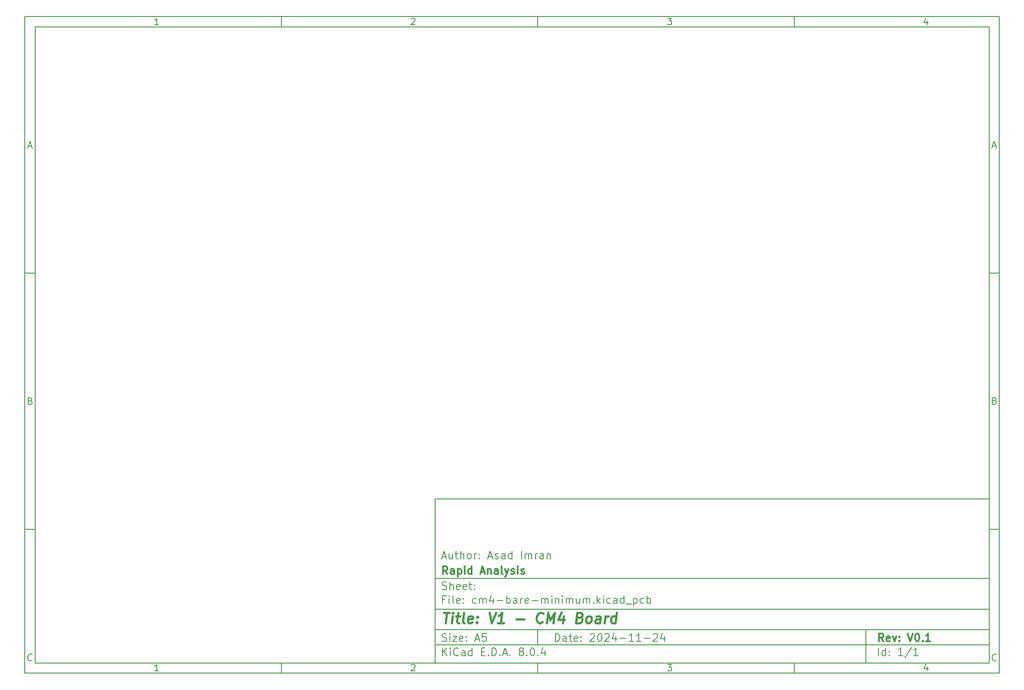
<source format=gbr>
%TF.GenerationSoftware,KiCad,Pcbnew,8.0.4*%
%TF.CreationDate,2024-11-24T10:16:15+11:00*%
%TF.ProjectId,cm4-bare-minimum,636d342d-6261-4726-952d-6d696e696d75,V0.1*%
%TF.SameCoordinates,Original*%
%TF.FileFunction,Legend,Bot*%
%TF.FilePolarity,Positive*%
%FSLAX46Y46*%
G04 Gerber Fmt 4.6, Leading zero omitted, Abs format (unit mm)*
G04 Created by KiCad (PCBNEW 8.0.4) date 2024-11-24 10:16:15*
%MOMM*%
%LPD*%
G01*
G04 APERTURE LIST*
%ADD10C,0.100000*%
%ADD11C,0.150000*%
%ADD12C,0.300000*%
%ADD13C,0.400000*%
G04 APERTURE END LIST*
D10*
D11*
X90007200Y-104005800D02*
X198007200Y-104005800D01*
X198007200Y-136005800D01*
X90007200Y-136005800D01*
X90007200Y-104005800D01*
D10*
D11*
X10000000Y-10000000D02*
X200007200Y-10000000D01*
X200007200Y-138005800D01*
X10000000Y-138005800D01*
X10000000Y-10000000D01*
D10*
D11*
X12000000Y-12000000D02*
X198007200Y-12000000D01*
X198007200Y-136005800D01*
X12000000Y-136005800D01*
X12000000Y-12000000D01*
D10*
D11*
X60000000Y-12000000D02*
X60000000Y-10000000D01*
D10*
D11*
X110000000Y-12000000D02*
X110000000Y-10000000D01*
D10*
D11*
X160000000Y-12000000D02*
X160000000Y-10000000D01*
D10*
D11*
X36089160Y-11593604D02*
X35346303Y-11593604D01*
X35717731Y-11593604D02*
X35717731Y-10293604D01*
X35717731Y-10293604D02*
X35593922Y-10479319D01*
X35593922Y-10479319D02*
X35470112Y-10603128D01*
X35470112Y-10603128D02*
X35346303Y-10665033D01*
D10*
D11*
X85346303Y-10417414D02*
X85408207Y-10355509D01*
X85408207Y-10355509D02*
X85532017Y-10293604D01*
X85532017Y-10293604D02*
X85841541Y-10293604D01*
X85841541Y-10293604D02*
X85965350Y-10355509D01*
X85965350Y-10355509D02*
X86027255Y-10417414D01*
X86027255Y-10417414D02*
X86089160Y-10541223D01*
X86089160Y-10541223D02*
X86089160Y-10665033D01*
X86089160Y-10665033D02*
X86027255Y-10850747D01*
X86027255Y-10850747D02*
X85284398Y-11593604D01*
X85284398Y-11593604D02*
X86089160Y-11593604D01*
D10*
D11*
X135284398Y-10293604D02*
X136089160Y-10293604D01*
X136089160Y-10293604D02*
X135655826Y-10788842D01*
X135655826Y-10788842D02*
X135841541Y-10788842D01*
X135841541Y-10788842D02*
X135965350Y-10850747D01*
X135965350Y-10850747D02*
X136027255Y-10912652D01*
X136027255Y-10912652D02*
X136089160Y-11036461D01*
X136089160Y-11036461D02*
X136089160Y-11345985D01*
X136089160Y-11345985D02*
X136027255Y-11469795D01*
X136027255Y-11469795D02*
X135965350Y-11531700D01*
X135965350Y-11531700D02*
X135841541Y-11593604D01*
X135841541Y-11593604D02*
X135470112Y-11593604D01*
X135470112Y-11593604D02*
X135346303Y-11531700D01*
X135346303Y-11531700D02*
X135284398Y-11469795D01*
D10*
D11*
X185965350Y-10726938D02*
X185965350Y-11593604D01*
X185655826Y-10231700D02*
X185346303Y-11160271D01*
X185346303Y-11160271D02*
X186151064Y-11160271D01*
D10*
D11*
X60000000Y-136005800D02*
X60000000Y-138005800D01*
D10*
D11*
X110000000Y-136005800D02*
X110000000Y-138005800D01*
D10*
D11*
X160000000Y-136005800D02*
X160000000Y-138005800D01*
D10*
D11*
X36089160Y-137599404D02*
X35346303Y-137599404D01*
X35717731Y-137599404D02*
X35717731Y-136299404D01*
X35717731Y-136299404D02*
X35593922Y-136485119D01*
X35593922Y-136485119D02*
X35470112Y-136608928D01*
X35470112Y-136608928D02*
X35346303Y-136670833D01*
D10*
D11*
X85346303Y-136423214D02*
X85408207Y-136361309D01*
X85408207Y-136361309D02*
X85532017Y-136299404D01*
X85532017Y-136299404D02*
X85841541Y-136299404D01*
X85841541Y-136299404D02*
X85965350Y-136361309D01*
X85965350Y-136361309D02*
X86027255Y-136423214D01*
X86027255Y-136423214D02*
X86089160Y-136547023D01*
X86089160Y-136547023D02*
X86089160Y-136670833D01*
X86089160Y-136670833D02*
X86027255Y-136856547D01*
X86027255Y-136856547D02*
X85284398Y-137599404D01*
X85284398Y-137599404D02*
X86089160Y-137599404D01*
D10*
D11*
X135284398Y-136299404D02*
X136089160Y-136299404D01*
X136089160Y-136299404D02*
X135655826Y-136794642D01*
X135655826Y-136794642D02*
X135841541Y-136794642D01*
X135841541Y-136794642D02*
X135965350Y-136856547D01*
X135965350Y-136856547D02*
X136027255Y-136918452D01*
X136027255Y-136918452D02*
X136089160Y-137042261D01*
X136089160Y-137042261D02*
X136089160Y-137351785D01*
X136089160Y-137351785D02*
X136027255Y-137475595D01*
X136027255Y-137475595D02*
X135965350Y-137537500D01*
X135965350Y-137537500D02*
X135841541Y-137599404D01*
X135841541Y-137599404D02*
X135470112Y-137599404D01*
X135470112Y-137599404D02*
X135346303Y-137537500D01*
X135346303Y-137537500D02*
X135284398Y-137475595D01*
D10*
D11*
X185965350Y-136732738D02*
X185965350Y-137599404D01*
X185655826Y-136237500D02*
X185346303Y-137166071D01*
X185346303Y-137166071D02*
X186151064Y-137166071D01*
D10*
D11*
X10000000Y-60000000D02*
X12000000Y-60000000D01*
D10*
D11*
X10000000Y-110000000D02*
X12000000Y-110000000D01*
D10*
D11*
X10690476Y-35222176D02*
X11309523Y-35222176D01*
X10566666Y-35593604D02*
X10999999Y-34293604D01*
X10999999Y-34293604D02*
X11433333Y-35593604D01*
D10*
D11*
X11092857Y-84912652D02*
X11278571Y-84974557D01*
X11278571Y-84974557D02*
X11340476Y-85036461D01*
X11340476Y-85036461D02*
X11402380Y-85160271D01*
X11402380Y-85160271D02*
X11402380Y-85345985D01*
X11402380Y-85345985D02*
X11340476Y-85469795D01*
X11340476Y-85469795D02*
X11278571Y-85531700D01*
X11278571Y-85531700D02*
X11154761Y-85593604D01*
X11154761Y-85593604D02*
X10659523Y-85593604D01*
X10659523Y-85593604D02*
X10659523Y-84293604D01*
X10659523Y-84293604D02*
X11092857Y-84293604D01*
X11092857Y-84293604D02*
X11216666Y-84355509D01*
X11216666Y-84355509D02*
X11278571Y-84417414D01*
X11278571Y-84417414D02*
X11340476Y-84541223D01*
X11340476Y-84541223D02*
X11340476Y-84665033D01*
X11340476Y-84665033D02*
X11278571Y-84788842D01*
X11278571Y-84788842D02*
X11216666Y-84850747D01*
X11216666Y-84850747D02*
X11092857Y-84912652D01*
X11092857Y-84912652D02*
X10659523Y-84912652D01*
D10*
D11*
X11402380Y-135469795D02*
X11340476Y-135531700D01*
X11340476Y-135531700D02*
X11154761Y-135593604D01*
X11154761Y-135593604D02*
X11030952Y-135593604D01*
X11030952Y-135593604D02*
X10845238Y-135531700D01*
X10845238Y-135531700D02*
X10721428Y-135407890D01*
X10721428Y-135407890D02*
X10659523Y-135284080D01*
X10659523Y-135284080D02*
X10597619Y-135036461D01*
X10597619Y-135036461D02*
X10597619Y-134850747D01*
X10597619Y-134850747D02*
X10659523Y-134603128D01*
X10659523Y-134603128D02*
X10721428Y-134479319D01*
X10721428Y-134479319D02*
X10845238Y-134355509D01*
X10845238Y-134355509D02*
X11030952Y-134293604D01*
X11030952Y-134293604D02*
X11154761Y-134293604D01*
X11154761Y-134293604D02*
X11340476Y-134355509D01*
X11340476Y-134355509D02*
X11402380Y-134417414D01*
D10*
D11*
X200007200Y-60000000D02*
X198007200Y-60000000D01*
D10*
D11*
X200007200Y-110000000D02*
X198007200Y-110000000D01*
D10*
D11*
X198697676Y-35222176D02*
X199316723Y-35222176D01*
X198573866Y-35593604D02*
X199007199Y-34293604D01*
X199007199Y-34293604D02*
X199440533Y-35593604D01*
D10*
D11*
X199100057Y-84912652D02*
X199285771Y-84974557D01*
X199285771Y-84974557D02*
X199347676Y-85036461D01*
X199347676Y-85036461D02*
X199409580Y-85160271D01*
X199409580Y-85160271D02*
X199409580Y-85345985D01*
X199409580Y-85345985D02*
X199347676Y-85469795D01*
X199347676Y-85469795D02*
X199285771Y-85531700D01*
X199285771Y-85531700D02*
X199161961Y-85593604D01*
X199161961Y-85593604D02*
X198666723Y-85593604D01*
X198666723Y-85593604D02*
X198666723Y-84293604D01*
X198666723Y-84293604D02*
X199100057Y-84293604D01*
X199100057Y-84293604D02*
X199223866Y-84355509D01*
X199223866Y-84355509D02*
X199285771Y-84417414D01*
X199285771Y-84417414D02*
X199347676Y-84541223D01*
X199347676Y-84541223D02*
X199347676Y-84665033D01*
X199347676Y-84665033D02*
X199285771Y-84788842D01*
X199285771Y-84788842D02*
X199223866Y-84850747D01*
X199223866Y-84850747D02*
X199100057Y-84912652D01*
X199100057Y-84912652D02*
X198666723Y-84912652D01*
D10*
D11*
X199409580Y-135469795D02*
X199347676Y-135531700D01*
X199347676Y-135531700D02*
X199161961Y-135593604D01*
X199161961Y-135593604D02*
X199038152Y-135593604D01*
X199038152Y-135593604D02*
X198852438Y-135531700D01*
X198852438Y-135531700D02*
X198728628Y-135407890D01*
X198728628Y-135407890D02*
X198666723Y-135284080D01*
X198666723Y-135284080D02*
X198604819Y-135036461D01*
X198604819Y-135036461D02*
X198604819Y-134850747D01*
X198604819Y-134850747D02*
X198666723Y-134603128D01*
X198666723Y-134603128D02*
X198728628Y-134479319D01*
X198728628Y-134479319D02*
X198852438Y-134355509D01*
X198852438Y-134355509D02*
X199038152Y-134293604D01*
X199038152Y-134293604D02*
X199161961Y-134293604D01*
X199161961Y-134293604D02*
X199347676Y-134355509D01*
X199347676Y-134355509D02*
X199409580Y-134417414D01*
D10*
D11*
X113463026Y-131791928D02*
X113463026Y-130291928D01*
X113463026Y-130291928D02*
X113820169Y-130291928D01*
X113820169Y-130291928D02*
X114034455Y-130363357D01*
X114034455Y-130363357D02*
X114177312Y-130506214D01*
X114177312Y-130506214D02*
X114248741Y-130649071D01*
X114248741Y-130649071D02*
X114320169Y-130934785D01*
X114320169Y-130934785D02*
X114320169Y-131149071D01*
X114320169Y-131149071D02*
X114248741Y-131434785D01*
X114248741Y-131434785D02*
X114177312Y-131577642D01*
X114177312Y-131577642D02*
X114034455Y-131720500D01*
X114034455Y-131720500D02*
X113820169Y-131791928D01*
X113820169Y-131791928D02*
X113463026Y-131791928D01*
X115605884Y-131791928D02*
X115605884Y-131006214D01*
X115605884Y-131006214D02*
X115534455Y-130863357D01*
X115534455Y-130863357D02*
X115391598Y-130791928D01*
X115391598Y-130791928D02*
X115105884Y-130791928D01*
X115105884Y-130791928D02*
X114963026Y-130863357D01*
X115605884Y-131720500D02*
X115463026Y-131791928D01*
X115463026Y-131791928D02*
X115105884Y-131791928D01*
X115105884Y-131791928D02*
X114963026Y-131720500D01*
X114963026Y-131720500D02*
X114891598Y-131577642D01*
X114891598Y-131577642D02*
X114891598Y-131434785D01*
X114891598Y-131434785D02*
X114963026Y-131291928D01*
X114963026Y-131291928D02*
X115105884Y-131220500D01*
X115105884Y-131220500D02*
X115463026Y-131220500D01*
X115463026Y-131220500D02*
X115605884Y-131149071D01*
X116105884Y-130791928D02*
X116677312Y-130791928D01*
X116320169Y-130291928D02*
X116320169Y-131577642D01*
X116320169Y-131577642D02*
X116391598Y-131720500D01*
X116391598Y-131720500D02*
X116534455Y-131791928D01*
X116534455Y-131791928D02*
X116677312Y-131791928D01*
X117748741Y-131720500D02*
X117605884Y-131791928D01*
X117605884Y-131791928D02*
X117320170Y-131791928D01*
X117320170Y-131791928D02*
X117177312Y-131720500D01*
X117177312Y-131720500D02*
X117105884Y-131577642D01*
X117105884Y-131577642D02*
X117105884Y-131006214D01*
X117105884Y-131006214D02*
X117177312Y-130863357D01*
X117177312Y-130863357D02*
X117320170Y-130791928D01*
X117320170Y-130791928D02*
X117605884Y-130791928D01*
X117605884Y-130791928D02*
X117748741Y-130863357D01*
X117748741Y-130863357D02*
X117820170Y-131006214D01*
X117820170Y-131006214D02*
X117820170Y-131149071D01*
X117820170Y-131149071D02*
X117105884Y-131291928D01*
X118463026Y-131649071D02*
X118534455Y-131720500D01*
X118534455Y-131720500D02*
X118463026Y-131791928D01*
X118463026Y-131791928D02*
X118391598Y-131720500D01*
X118391598Y-131720500D02*
X118463026Y-131649071D01*
X118463026Y-131649071D02*
X118463026Y-131791928D01*
X118463026Y-130863357D02*
X118534455Y-130934785D01*
X118534455Y-130934785D02*
X118463026Y-131006214D01*
X118463026Y-131006214D02*
X118391598Y-130934785D01*
X118391598Y-130934785D02*
X118463026Y-130863357D01*
X118463026Y-130863357D02*
X118463026Y-131006214D01*
X120248741Y-130434785D02*
X120320169Y-130363357D01*
X120320169Y-130363357D02*
X120463027Y-130291928D01*
X120463027Y-130291928D02*
X120820169Y-130291928D01*
X120820169Y-130291928D02*
X120963027Y-130363357D01*
X120963027Y-130363357D02*
X121034455Y-130434785D01*
X121034455Y-130434785D02*
X121105884Y-130577642D01*
X121105884Y-130577642D02*
X121105884Y-130720500D01*
X121105884Y-130720500D02*
X121034455Y-130934785D01*
X121034455Y-130934785D02*
X120177312Y-131791928D01*
X120177312Y-131791928D02*
X121105884Y-131791928D01*
X122034455Y-130291928D02*
X122177312Y-130291928D01*
X122177312Y-130291928D02*
X122320169Y-130363357D01*
X122320169Y-130363357D02*
X122391598Y-130434785D01*
X122391598Y-130434785D02*
X122463026Y-130577642D01*
X122463026Y-130577642D02*
X122534455Y-130863357D01*
X122534455Y-130863357D02*
X122534455Y-131220500D01*
X122534455Y-131220500D02*
X122463026Y-131506214D01*
X122463026Y-131506214D02*
X122391598Y-131649071D01*
X122391598Y-131649071D02*
X122320169Y-131720500D01*
X122320169Y-131720500D02*
X122177312Y-131791928D01*
X122177312Y-131791928D02*
X122034455Y-131791928D01*
X122034455Y-131791928D02*
X121891598Y-131720500D01*
X121891598Y-131720500D02*
X121820169Y-131649071D01*
X121820169Y-131649071D02*
X121748740Y-131506214D01*
X121748740Y-131506214D02*
X121677312Y-131220500D01*
X121677312Y-131220500D02*
X121677312Y-130863357D01*
X121677312Y-130863357D02*
X121748740Y-130577642D01*
X121748740Y-130577642D02*
X121820169Y-130434785D01*
X121820169Y-130434785D02*
X121891598Y-130363357D01*
X121891598Y-130363357D02*
X122034455Y-130291928D01*
X123105883Y-130434785D02*
X123177311Y-130363357D01*
X123177311Y-130363357D02*
X123320169Y-130291928D01*
X123320169Y-130291928D02*
X123677311Y-130291928D01*
X123677311Y-130291928D02*
X123820169Y-130363357D01*
X123820169Y-130363357D02*
X123891597Y-130434785D01*
X123891597Y-130434785D02*
X123963026Y-130577642D01*
X123963026Y-130577642D02*
X123963026Y-130720500D01*
X123963026Y-130720500D02*
X123891597Y-130934785D01*
X123891597Y-130934785D02*
X123034454Y-131791928D01*
X123034454Y-131791928D02*
X123963026Y-131791928D01*
X125248740Y-130791928D02*
X125248740Y-131791928D01*
X124891597Y-130220500D02*
X124534454Y-131291928D01*
X124534454Y-131291928D02*
X125463025Y-131291928D01*
X126034453Y-131220500D02*
X127177311Y-131220500D01*
X128677311Y-131791928D02*
X127820168Y-131791928D01*
X128248739Y-131791928D02*
X128248739Y-130291928D01*
X128248739Y-130291928D02*
X128105882Y-130506214D01*
X128105882Y-130506214D02*
X127963025Y-130649071D01*
X127963025Y-130649071D02*
X127820168Y-130720500D01*
X130105882Y-131791928D02*
X129248739Y-131791928D01*
X129677310Y-131791928D02*
X129677310Y-130291928D01*
X129677310Y-130291928D02*
X129534453Y-130506214D01*
X129534453Y-130506214D02*
X129391596Y-130649071D01*
X129391596Y-130649071D02*
X129248739Y-130720500D01*
X130748738Y-131220500D02*
X131891596Y-131220500D01*
X132534453Y-130434785D02*
X132605881Y-130363357D01*
X132605881Y-130363357D02*
X132748739Y-130291928D01*
X132748739Y-130291928D02*
X133105881Y-130291928D01*
X133105881Y-130291928D02*
X133248739Y-130363357D01*
X133248739Y-130363357D02*
X133320167Y-130434785D01*
X133320167Y-130434785D02*
X133391596Y-130577642D01*
X133391596Y-130577642D02*
X133391596Y-130720500D01*
X133391596Y-130720500D02*
X133320167Y-130934785D01*
X133320167Y-130934785D02*
X132463024Y-131791928D01*
X132463024Y-131791928D02*
X133391596Y-131791928D01*
X134677310Y-130791928D02*
X134677310Y-131791928D01*
X134320167Y-130220500D02*
X133963024Y-131291928D01*
X133963024Y-131291928D02*
X134891595Y-131291928D01*
D10*
D11*
X90007200Y-132505800D02*
X198007200Y-132505800D01*
D10*
D11*
X91463026Y-134591928D02*
X91463026Y-133091928D01*
X92320169Y-134591928D02*
X91677312Y-133734785D01*
X92320169Y-133091928D02*
X91463026Y-133949071D01*
X92963026Y-134591928D02*
X92963026Y-133591928D01*
X92963026Y-133091928D02*
X92891598Y-133163357D01*
X92891598Y-133163357D02*
X92963026Y-133234785D01*
X92963026Y-133234785D02*
X93034455Y-133163357D01*
X93034455Y-133163357D02*
X92963026Y-133091928D01*
X92963026Y-133091928D02*
X92963026Y-133234785D01*
X94534455Y-134449071D02*
X94463027Y-134520500D01*
X94463027Y-134520500D02*
X94248741Y-134591928D01*
X94248741Y-134591928D02*
X94105884Y-134591928D01*
X94105884Y-134591928D02*
X93891598Y-134520500D01*
X93891598Y-134520500D02*
X93748741Y-134377642D01*
X93748741Y-134377642D02*
X93677312Y-134234785D01*
X93677312Y-134234785D02*
X93605884Y-133949071D01*
X93605884Y-133949071D02*
X93605884Y-133734785D01*
X93605884Y-133734785D02*
X93677312Y-133449071D01*
X93677312Y-133449071D02*
X93748741Y-133306214D01*
X93748741Y-133306214D02*
X93891598Y-133163357D01*
X93891598Y-133163357D02*
X94105884Y-133091928D01*
X94105884Y-133091928D02*
X94248741Y-133091928D01*
X94248741Y-133091928D02*
X94463027Y-133163357D01*
X94463027Y-133163357D02*
X94534455Y-133234785D01*
X95820170Y-134591928D02*
X95820170Y-133806214D01*
X95820170Y-133806214D02*
X95748741Y-133663357D01*
X95748741Y-133663357D02*
X95605884Y-133591928D01*
X95605884Y-133591928D02*
X95320170Y-133591928D01*
X95320170Y-133591928D02*
X95177312Y-133663357D01*
X95820170Y-134520500D02*
X95677312Y-134591928D01*
X95677312Y-134591928D02*
X95320170Y-134591928D01*
X95320170Y-134591928D02*
X95177312Y-134520500D01*
X95177312Y-134520500D02*
X95105884Y-134377642D01*
X95105884Y-134377642D02*
X95105884Y-134234785D01*
X95105884Y-134234785D02*
X95177312Y-134091928D01*
X95177312Y-134091928D02*
X95320170Y-134020500D01*
X95320170Y-134020500D02*
X95677312Y-134020500D01*
X95677312Y-134020500D02*
X95820170Y-133949071D01*
X97177313Y-134591928D02*
X97177313Y-133091928D01*
X97177313Y-134520500D02*
X97034455Y-134591928D01*
X97034455Y-134591928D02*
X96748741Y-134591928D01*
X96748741Y-134591928D02*
X96605884Y-134520500D01*
X96605884Y-134520500D02*
X96534455Y-134449071D01*
X96534455Y-134449071D02*
X96463027Y-134306214D01*
X96463027Y-134306214D02*
X96463027Y-133877642D01*
X96463027Y-133877642D02*
X96534455Y-133734785D01*
X96534455Y-133734785D02*
X96605884Y-133663357D01*
X96605884Y-133663357D02*
X96748741Y-133591928D01*
X96748741Y-133591928D02*
X97034455Y-133591928D01*
X97034455Y-133591928D02*
X97177313Y-133663357D01*
X99034455Y-133806214D02*
X99534455Y-133806214D01*
X99748741Y-134591928D02*
X99034455Y-134591928D01*
X99034455Y-134591928D02*
X99034455Y-133091928D01*
X99034455Y-133091928D02*
X99748741Y-133091928D01*
X100391598Y-134449071D02*
X100463027Y-134520500D01*
X100463027Y-134520500D02*
X100391598Y-134591928D01*
X100391598Y-134591928D02*
X100320170Y-134520500D01*
X100320170Y-134520500D02*
X100391598Y-134449071D01*
X100391598Y-134449071D02*
X100391598Y-134591928D01*
X101105884Y-134591928D02*
X101105884Y-133091928D01*
X101105884Y-133091928D02*
X101463027Y-133091928D01*
X101463027Y-133091928D02*
X101677313Y-133163357D01*
X101677313Y-133163357D02*
X101820170Y-133306214D01*
X101820170Y-133306214D02*
X101891599Y-133449071D01*
X101891599Y-133449071D02*
X101963027Y-133734785D01*
X101963027Y-133734785D02*
X101963027Y-133949071D01*
X101963027Y-133949071D02*
X101891599Y-134234785D01*
X101891599Y-134234785D02*
X101820170Y-134377642D01*
X101820170Y-134377642D02*
X101677313Y-134520500D01*
X101677313Y-134520500D02*
X101463027Y-134591928D01*
X101463027Y-134591928D02*
X101105884Y-134591928D01*
X102605884Y-134449071D02*
X102677313Y-134520500D01*
X102677313Y-134520500D02*
X102605884Y-134591928D01*
X102605884Y-134591928D02*
X102534456Y-134520500D01*
X102534456Y-134520500D02*
X102605884Y-134449071D01*
X102605884Y-134449071D02*
X102605884Y-134591928D01*
X103248742Y-134163357D02*
X103963028Y-134163357D01*
X103105885Y-134591928D02*
X103605885Y-133091928D01*
X103605885Y-133091928D02*
X104105885Y-134591928D01*
X104605884Y-134449071D02*
X104677313Y-134520500D01*
X104677313Y-134520500D02*
X104605884Y-134591928D01*
X104605884Y-134591928D02*
X104534456Y-134520500D01*
X104534456Y-134520500D02*
X104605884Y-134449071D01*
X104605884Y-134449071D02*
X104605884Y-134591928D01*
X106677313Y-133734785D02*
X106534456Y-133663357D01*
X106534456Y-133663357D02*
X106463027Y-133591928D01*
X106463027Y-133591928D02*
X106391599Y-133449071D01*
X106391599Y-133449071D02*
X106391599Y-133377642D01*
X106391599Y-133377642D02*
X106463027Y-133234785D01*
X106463027Y-133234785D02*
X106534456Y-133163357D01*
X106534456Y-133163357D02*
X106677313Y-133091928D01*
X106677313Y-133091928D02*
X106963027Y-133091928D01*
X106963027Y-133091928D02*
X107105885Y-133163357D01*
X107105885Y-133163357D02*
X107177313Y-133234785D01*
X107177313Y-133234785D02*
X107248742Y-133377642D01*
X107248742Y-133377642D02*
X107248742Y-133449071D01*
X107248742Y-133449071D02*
X107177313Y-133591928D01*
X107177313Y-133591928D02*
X107105885Y-133663357D01*
X107105885Y-133663357D02*
X106963027Y-133734785D01*
X106963027Y-133734785D02*
X106677313Y-133734785D01*
X106677313Y-133734785D02*
X106534456Y-133806214D01*
X106534456Y-133806214D02*
X106463027Y-133877642D01*
X106463027Y-133877642D02*
X106391599Y-134020500D01*
X106391599Y-134020500D02*
X106391599Y-134306214D01*
X106391599Y-134306214D02*
X106463027Y-134449071D01*
X106463027Y-134449071D02*
X106534456Y-134520500D01*
X106534456Y-134520500D02*
X106677313Y-134591928D01*
X106677313Y-134591928D02*
X106963027Y-134591928D01*
X106963027Y-134591928D02*
X107105885Y-134520500D01*
X107105885Y-134520500D02*
X107177313Y-134449071D01*
X107177313Y-134449071D02*
X107248742Y-134306214D01*
X107248742Y-134306214D02*
X107248742Y-134020500D01*
X107248742Y-134020500D02*
X107177313Y-133877642D01*
X107177313Y-133877642D02*
X107105885Y-133806214D01*
X107105885Y-133806214D02*
X106963027Y-133734785D01*
X107891598Y-134449071D02*
X107963027Y-134520500D01*
X107963027Y-134520500D02*
X107891598Y-134591928D01*
X107891598Y-134591928D02*
X107820170Y-134520500D01*
X107820170Y-134520500D02*
X107891598Y-134449071D01*
X107891598Y-134449071D02*
X107891598Y-134591928D01*
X108891599Y-133091928D02*
X109034456Y-133091928D01*
X109034456Y-133091928D02*
X109177313Y-133163357D01*
X109177313Y-133163357D02*
X109248742Y-133234785D01*
X109248742Y-133234785D02*
X109320170Y-133377642D01*
X109320170Y-133377642D02*
X109391599Y-133663357D01*
X109391599Y-133663357D02*
X109391599Y-134020500D01*
X109391599Y-134020500D02*
X109320170Y-134306214D01*
X109320170Y-134306214D02*
X109248742Y-134449071D01*
X109248742Y-134449071D02*
X109177313Y-134520500D01*
X109177313Y-134520500D02*
X109034456Y-134591928D01*
X109034456Y-134591928D02*
X108891599Y-134591928D01*
X108891599Y-134591928D02*
X108748742Y-134520500D01*
X108748742Y-134520500D02*
X108677313Y-134449071D01*
X108677313Y-134449071D02*
X108605884Y-134306214D01*
X108605884Y-134306214D02*
X108534456Y-134020500D01*
X108534456Y-134020500D02*
X108534456Y-133663357D01*
X108534456Y-133663357D02*
X108605884Y-133377642D01*
X108605884Y-133377642D02*
X108677313Y-133234785D01*
X108677313Y-133234785D02*
X108748742Y-133163357D01*
X108748742Y-133163357D02*
X108891599Y-133091928D01*
X110034455Y-134449071D02*
X110105884Y-134520500D01*
X110105884Y-134520500D02*
X110034455Y-134591928D01*
X110034455Y-134591928D02*
X109963027Y-134520500D01*
X109963027Y-134520500D02*
X110034455Y-134449071D01*
X110034455Y-134449071D02*
X110034455Y-134591928D01*
X111391599Y-133591928D02*
X111391599Y-134591928D01*
X111034456Y-133020500D02*
X110677313Y-134091928D01*
X110677313Y-134091928D02*
X111605884Y-134091928D01*
D10*
D11*
X90007200Y-129505800D02*
X198007200Y-129505800D01*
D10*
D12*
X177418853Y-131784128D02*
X176918853Y-131069842D01*
X176561710Y-131784128D02*
X176561710Y-130284128D01*
X176561710Y-130284128D02*
X177133139Y-130284128D01*
X177133139Y-130284128D02*
X177275996Y-130355557D01*
X177275996Y-130355557D02*
X177347425Y-130426985D01*
X177347425Y-130426985D02*
X177418853Y-130569842D01*
X177418853Y-130569842D02*
X177418853Y-130784128D01*
X177418853Y-130784128D02*
X177347425Y-130926985D01*
X177347425Y-130926985D02*
X177275996Y-130998414D01*
X177275996Y-130998414D02*
X177133139Y-131069842D01*
X177133139Y-131069842D02*
X176561710Y-131069842D01*
X178633139Y-131712700D02*
X178490282Y-131784128D01*
X178490282Y-131784128D02*
X178204568Y-131784128D01*
X178204568Y-131784128D02*
X178061710Y-131712700D01*
X178061710Y-131712700D02*
X177990282Y-131569842D01*
X177990282Y-131569842D02*
X177990282Y-130998414D01*
X177990282Y-130998414D02*
X178061710Y-130855557D01*
X178061710Y-130855557D02*
X178204568Y-130784128D01*
X178204568Y-130784128D02*
X178490282Y-130784128D01*
X178490282Y-130784128D02*
X178633139Y-130855557D01*
X178633139Y-130855557D02*
X178704568Y-130998414D01*
X178704568Y-130998414D02*
X178704568Y-131141271D01*
X178704568Y-131141271D02*
X177990282Y-131284128D01*
X179204567Y-130784128D02*
X179561710Y-131784128D01*
X179561710Y-131784128D02*
X179918853Y-130784128D01*
X180490281Y-131641271D02*
X180561710Y-131712700D01*
X180561710Y-131712700D02*
X180490281Y-131784128D01*
X180490281Y-131784128D02*
X180418853Y-131712700D01*
X180418853Y-131712700D02*
X180490281Y-131641271D01*
X180490281Y-131641271D02*
X180490281Y-131784128D01*
X180490281Y-130855557D02*
X180561710Y-130926985D01*
X180561710Y-130926985D02*
X180490281Y-130998414D01*
X180490281Y-130998414D02*
X180418853Y-130926985D01*
X180418853Y-130926985D02*
X180490281Y-130855557D01*
X180490281Y-130855557D02*
X180490281Y-130998414D01*
X182133139Y-130284128D02*
X182633139Y-131784128D01*
X182633139Y-131784128D02*
X183133139Y-130284128D01*
X183918853Y-130284128D02*
X184061710Y-130284128D01*
X184061710Y-130284128D02*
X184204567Y-130355557D01*
X184204567Y-130355557D02*
X184275996Y-130426985D01*
X184275996Y-130426985D02*
X184347424Y-130569842D01*
X184347424Y-130569842D02*
X184418853Y-130855557D01*
X184418853Y-130855557D02*
X184418853Y-131212700D01*
X184418853Y-131212700D02*
X184347424Y-131498414D01*
X184347424Y-131498414D02*
X184275996Y-131641271D01*
X184275996Y-131641271D02*
X184204567Y-131712700D01*
X184204567Y-131712700D02*
X184061710Y-131784128D01*
X184061710Y-131784128D02*
X183918853Y-131784128D01*
X183918853Y-131784128D02*
X183775996Y-131712700D01*
X183775996Y-131712700D02*
X183704567Y-131641271D01*
X183704567Y-131641271D02*
X183633138Y-131498414D01*
X183633138Y-131498414D02*
X183561710Y-131212700D01*
X183561710Y-131212700D02*
X183561710Y-130855557D01*
X183561710Y-130855557D02*
X183633138Y-130569842D01*
X183633138Y-130569842D02*
X183704567Y-130426985D01*
X183704567Y-130426985D02*
X183775996Y-130355557D01*
X183775996Y-130355557D02*
X183918853Y-130284128D01*
X185061709Y-131641271D02*
X185133138Y-131712700D01*
X185133138Y-131712700D02*
X185061709Y-131784128D01*
X185061709Y-131784128D02*
X184990281Y-131712700D01*
X184990281Y-131712700D02*
X185061709Y-131641271D01*
X185061709Y-131641271D02*
X185061709Y-131784128D01*
X186561710Y-131784128D02*
X185704567Y-131784128D01*
X186133138Y-131784128D02*
X186133138Y-130284128D01*
X186133138Y-130284128D02*
X185990281Y-130498414D01*
X185990281Y-130498414D02*
X185847424Y-130641271D01*
X185847424Y-130641271D02*
X185704567Y-130712700D01*
D10*
D11*
X91391598Y-131720500D02*
X91605884Y-131791928D01*
X91605884Y-131791928D02*
X91963026Y-131791928D01*
X91963026Y-131791928D02*
X92105884Y-131720500D01*
X92105884Y-131720500D02*
X92177312Y-131649071D01*
X92177312Y-131649071D02*
X92248741Y-131506214D01*
X92248741Y-131506214D02*
X92248741Y-131363357D01*
X92248741Y-131363357D02*
X92177312Y-131220500D01*
X92177312Y-131220500D02*
X92105884Y-131149071D01*
X92105884Y-131149071D02*
X91963026Y-131077642D01*
X91963026Y-131077642D02*
X91677312Y-131006214D01*
X91677312Y-131006214D02*
X91534455Y-130934785D01*
X91534455Y-130934785D02*
X91463026Y-130863357D01*
X91463026Y-130863357D02*
X91391598Y-130720500D01*
X91391598Y-130720500D02*
X91391598Y-130577642D01*
X91391598Y-130577642D02*
X91463026Y-130434785D01*
X91463026Y-130434785D02*
X91534455Y-130363357D01*
X91534455Y-130363357D02*
X91677312Y-130291928D01*
X91677312Y-130291928D02*
X92034455Y-130291928D01*
X92034455Y-130291928D02*
X92248741Y-130363357D01*
X92891597Y-131791928D02*
X92891597Y-130791928D01*
X92891597Y-130291928D02*
X92820169Y-130363357D01*
X92820169Y-130363357D02*
X92891597Y-130434785D01*
X92891597Y-130434785D02*
X92963026Y-130363357D01*
X92963026Y-130363357D02*
X92891597Y-130291928D01*
X92891597Y-130291928D02*
X92891597Y-130434785D01*
X93463026Y-130791928D02*
X94248741Y-130791928D01*
X94248741Y-130791928D02*
X93463026Y-131791928D01*
X93463026Y-131791928D02*
X94248741Y-131791928D01*
X95391598Y-131720500D02*
X95248741Y-131791928D01*
X95248741Y-131791928D02*
X94963027Y-131791928D01*
X94963027Y-131791928D02*
X94820169Y-131720500D01*
X94820169Y-131720500D02*
X94748741Y-131577642D01*
X94748741Y-131577642D02*
X94748741Y-131006214D01*
X94748741Y-131006214D02*
X94820169Y-130863357D01*
X94820169Y-130863357D02*
X94963027Y-130791928D01*
X94963027Y-130791928D02*
X95248741Y-130791928D01*
X95248741Y-130791928D02*
X95391598Y-130863357D01*
X95391598Y-130863357D02*
X95463027Y-131006214D01*
X95463027Y-131006214D02*
X95463027Y-131149071D01*
X95463027Y-131149071D02*
X94748741Y-131291928D01*
X96105883Y-131649071D02*
X96177312Y-131720500D01*
X96177312Y-131720500D02*
X96105883Y-131791928D01*
X96105883Y-131791928D02*
X96034455Y-131720500D01*
X96034455Y-131720500D02*
X96105883Y-131649071D01*
X96105883Y-131649071D02*
X96105883Y-131791928D01*
X96105883Y-130863357D02*
X96177312Y-130934785D01*
X96177312Y-130934785D02*
X96105883Y-131006214D01*
X96105883Y-131006214D02*
X96034455Y-130934785D01*
X96034455Y-130934785D02*
X96105883Y-130863357D01*
X96105883Y-130863357D02*
X96105883Y-131006214D01*
X97891598Y-131363357D02*
X98605884Y-131363357D01*
X97748741Y-131791928D02*
X98248741Y-130291928D01*
X98248741Y-130291928D02*
X98748741Y-131791928D01*
X99963026Y-130291928D02*
X99248740Y-130291928D01*
X99248740Y-130291928D02*
X99177312Y-131006214D01*
X99177312Y-131006214D02*
X99248740Y-130934785D01*
X99248740Y-130934785D02*
X99391598Y-130863357D01*
X99391598Y-130863357D02*
X99748740Y-130863357D01*
X99748740Y-130863357D02*
X99891598Y-130934785D01*
X99891598Y-130934785D02*
X99963026Y-131006214D01*
X99963026Y-131006214D02*
X100034455Y-131149071D01*
X100034455Y-131149071D02*
X100034455Y-131506214D01*
X100034455Y-131506214D02*
X99963026Y-131649071D01*
X99963026Y-131649071D02*
X99891598Y-131720500D01*
X99891598Y-131720500D02*
X99748740Y-131791928D01*
X99748740Y-131791928D02*
X99391598Y-131791928D01*
X99391598Y-131791928D02*
X99248740Y-131720500D01*
X99248740Y-131720500D02*
X99177312Y-131649071D01*
D10*
D11*
X176463026Y-134591928D02*
X176463026Y-133091928D01*
X177820170Y-134591928D02*
X177820170Y-133091928D01*
X177820170Y-134520500D02*
X177677312Y-134591928D01*
X177677312Y-134591928D02*
X177391598Y-134591928D01*
X177391598Y-134591928D02*
X177248741Y-134520500D01*
X177248741Y-134520500D02*
X177177312Y-134449071D01*
X177177312Y-134449071D02*
X177105884Y-134306214D01*
X177105884Y-134306214D02*
X177105884Y-133877642D01*
X177105884Y-133877642D02*
X177177312Y-133734785D01*
X177177312Y-133734785D02*
X177248741Y-133663357D01*
X177248741Y-133663357D02*
X177391598Y-133591928D01*
X177391598Y-133591928D02*
X177677312Y-133591928D01*
X177677312Y-133591928D02*
X177820170Y-133663357D01*
X178534455Y-134449071D02*
X178605884Y-134520500D01*
X178605884Y-134520500D02*
X178534455Y-134591928D01*
X178534455Y-134591928D02*
X178463027Y-134520500D01*
X178463027Y-134520500D02*
X178534455Y-134449071D01*
X178534455Y-134449071D02*
X178534455Y-134591928D01*
X178534455Y-133663357D02*
X178605884Y-133734785D01*
X178605884Y-133734785D02*
X178534455Y-133806214D01*
X178534455Y-133806214D02*
X178463027Y-133734785D01*
X178463027Y-133734785D02*
X178534455Y-133663357D01*
X178534455Y-133663357D02*
X178534455Y-133806214D01*
X181177313Y-134591928D02*
X180320170Y-134591928D01*
X180748741Y-134591928D02*
X180748741Y-133091928D01*
X180748741Y-133091928D02*
X180605884Y-133306214D01*
X180605884Y-133306214D02*
X180463027Y-133449071D01*
X180463027Y-133449071D02*
X180320170Y-133520500D01*
X182891598Y-133020500D02*
X181605884Y-134949071D01*
X184177313Y-134591928D02*
X183320170Y-134591928D01*
X183748741Y-134591928D02*
X183748741Y-133091928D01*
X183748741Y-133091928D02*
X183605884Y-133306214D01*
X183605884Y-133306214D02*
X183463027Y-133449071D01*
X183463027Y-133449071D02*
X183320170Y-133520500D01*
D10*
D11*
X90007200Y-125505800D02*
X198007200Y-125505800D01*
D10*
D13*
X91698928Y-126210238D02*
X92841785Y-126210238D01*
X92020357Y-128210238D02*
X92270357Y-126210238D01*
X93258452Y-128210238D02*
X93425119Y-126876904D01*
X93508452Y-126210238D02*
X93401309Y-126305476D01*
X93401309Y-126305476D02*
X93484643Y-126400714D01*
X93484643Y-126400714D02*
X93591786Y-126305476D01*
X93591786Y-126305476D02*
X93508452Y-126210238D01*
X93508452Y-126210238D02*
X93484643Y-126400714D01*
X94091786Y-126876904D02*
X94853690Y-126876904D01*
X94460833Y-126210238D02*
X94246548Y-127924523D01*
X94246548Y-127924523D02*
X94317976Y-128115000D01*
X94317976Y-128115000D02*
X94496548Y-128210238D01*
X94496548Y-128210238D02*
X94687024Y-128210238D01*
X95639405Y-128210238D02*
X95460833Y-128115000D01*
X95460833Y-128115000D02*
X95389405Y-127924523D01*
X95389405Y-127924523D02*
X95603690Y-126210238D01*
X97175119Y-128115000D02*
X96972738Y-128210238D01*
X96972738Y-128210238D02*
X96591785Y-128210238D01*
X96591785Y-128210238D02*
X96413214Y-128115000D01*
X96413214Y-128115000D02*
X96341785Y-127924523D01*
X96341785Y-127924523D02*
X96437024Y-127162619D01*
X96437024Y-127162619D02*
X96556071Y-126972142D01*
X96556071Y-126972142D02*
X96758452Y-126876904D01*
X96758452Y-126876904D02*
X97139404Y-126876904D01*
X97139404Y-126876904D02*
X97317976Y-126972142D01*
X97317976Y-126972142D02*
X97389404Y-127162619D01*
X97389404Y-127162619D02*
X97365595Y-127353095D01*
X97365595Y-127353095D02*
X96389404Y-127543571D01*
X98139405Y-128019761D02*
X98222738Y-128115000D01*
X98222738Y-128115000D02*
X98115595Y-128210238D01*
X98115595Y-128210238D02*
X98032262Y-128115000D01*
X98032262Y-128115000D02*
X98139405Y-128019761D01*
X98139405Y-128019761D02*
X98115595Y-128210238D01*
X98270357Y-126972142D02*
X98353690Y-127067380D01*
X98353690Y-127067380D02*
X98246548Y-127162619D01*
X98246548Y-127162619D02*
X98163214Y-127067380D01*
X98163214Y-127067380D02*
X98270357Y-126972142D01*
X98270357Y-126972142D02*
X98246548Y-127162619D01*
X100556072Y-126210238D02*
X100972739Y-128210238D01*
X100972739Y-128210238D02*
X101889405Y-126210238D01*
X103353691Y-128210238D02*
X102210834Y-128210238D01*
X102782263Y-128210238D02*
X103032263Y-126210238D01*
X103032263Y-126210238D02*
X102806072Y-126495952D01*
X102806072Y-126495952D02*
X102591787Y-126686428D01*
X102591787Y-126686428D02*
X102389406Y-126781666D01*
X105829882Y-127448333D02*
X107353692Y-127448333D01*
X110901311Y-128019761D02*
X110794168Y-128115000D01*
X110794168Y-128115000D02*
X110496549Y-128210238D01*
X110496549Y-128210238D02*
X110306073Y-128210238D01*
X110306073Y-128210238D02*
X110032263Y-128115000D01*
X110032263Y-128115000D02*
X109865597Y-127924523D01*
X109865597Y-127924523D02*
X109794168Y-127734047D01*
X109794168Y-127734047D02*
X109746549Y-127353095D01*
X109746549Y-127353095D02*
X109782263Y-127067380D01*
X109782263Y-127067380D02*
X109925120Y-126686428D01*
X109925120Y-126686428D02*
X110044168Y-126495952D01*
X110044168Y-126495952D02*
X110258454Y-126305476D01*
X110258454Y-126305476D02*
X110556073Y-126210238D01*
X110556073Y-126210238D02*
X110746549Y-126210238D01*
X110746549Y-126210238D02*
X111020359Y-126305476D01*
X111020359Y-126305476D02*
X111103692Y-126400714D01*
X111734644Y-128210238D02*
X111984644Y-126210238D01*
X111984644Y-126210238D02*
X112472739Y-127638809D01*
X112472739Y-127638809D02*
X113317978Y-126210238D01*
X113317978Y-126210238D02*
X113067978Y-128210238D01*
X115044168Y-126876904D02*
X114877501Y-128210238D01*
X114663215Y-126115000D02*
X114008453Y-127543571D01*
X114008453Y-127543571D02*
X115246549Y-127543571D01*
X118246549Y-127162619D02*
X118520359Y-127257857D01*
X118520359Y-127257857D02*
X118603692Y-127353095D01*
X118603692Y-127353095D02*
X118675121Y-127543571D01*
X118675121Y-127543571D02*
X118639406Y-127829285D01*
X118639406Y-127829285D02*
X118520359Y-128019761D01*
X118520359Y-128019761D02*
X118413216Y-128115000D01*
X118413216Y-128115000D02*
X118210835Y-128210238D01*
X118210835Y-128210238D02*
X117448930Y-128210238D01*
X117448930Y-128210238D02*
X117698930Y-126210238D01*
X117698930Y-126210238D02*
X118365597Y-126210238D01*
X118365597Y-126210238D02*
X118544168Y-126305476D01*
X118544168Y-126305476D02*
X118627502Y-126400714D01*
X118627502Y-126400714D02*
X118698930Y-126591190D01*
X118698930Y-126591190D02*
X118675121Y-126781666D01*
X118675121Y-126781666D02*
X118556073Y-126972142D01*
X118556073Y-126972142D02*
X118448930Y-127067380D01*
X118448930Y-127067380D02*
X118246549Y-127162619D01*
X118246549Y-127162619D02*
X117579883Y-127162619D01*
X119734645Y-128210238D02*
X119556073Y-128115000D01*
X119556073Y-128115000D02*
X119472740Y-128019761D01*
X119472740Y-128019761D02*
X119401311Y-127829285D01*
X119401311Y-127829285D02*
X119472740Y-127257857D01*
X119472740Y-127257857D02*
X119591787Y-127067380D01*
X119591787Y-127067380D02*
X119698930Y-126972142D01*
X119698930Y-126972142D02*
X119901311Y-126876904D01*
X119901311Y-126876904D02*
X120187025Y-126876904D01*
X120187025Y-126876904D02*
X120365597Y-126972142D01*
X120365597Y-126972142D02*
X120448930Y-127067380D01*
X120448930Y-127067380D02*
X120520359Y-127257857D01*
X120520359Y-127257857D02*
X120448930Y-127829285D01*
X120448930Y-127829285D02*
X120329883Y-128019761D01*
X120329883Y-128019761D02*
X120222740Y-128115000D01*
X120222740Y-128115000D02*
X120020359Y-128210238D01*
X120020359Y-128210238D02*
X119734645Y-128210238D01*
X122115597Y-128210238D02*
X122246549Y-127162619D01*
X122246549Y-127162619D02*
X122175121Y-126972142D01*
X122175121Y-126972142D02*
X121996549Y-126876904D01*
X121996549Y-126876904D02*
X121615597Y-126876904D01*
X121615597Y-126876904D02*
X121413216Y-126972142D01*
X122127502Y-128115000D02*
X121925121Y-128210238D01*
X121925121Y-128210238D02*
X121448930Y-128210238D01*
X121448930Y-128210238D02*
X121270359Y-128115000D01*
X121270359Y-128115000D02*
X121198930Y-127924523D01*
X121198930Y-127924523D02*
X121222740Y-127734047D01*
X121222740Y-127734047D02*
X121341788Y-127543571D01*
X121341788Y-127543571D02*
X121544169Y-127448333D01*
X121544169Y-127448333D02*
X122020359Y-127448333D01*
X122020359Y-127448333D02*
X122222740Y-127353095D01*
X123067978Y-128210238D02*
X123234645Y-126876904D01*
X123187026Y-127257857D02*
X123306073Y-127067380D01*
X123306073Y-127067380D02*
X123413216Y-126972142D01*
X123413216Y-126972142D02*
X123615597Y-126876904D01*
X123615597Y-126876904D02*
X123806073Y-126876904D01*
X125163216Y-128210238D02*
X125413216Y-126210238D01*
X125175121Y-128115000D02*
X124972740Y-128210238D01*
X124972740Y-128210238D02*
X124591788Y-128210238D01*
X124591788Y-128210238D02*
X124413216Y-128115000D01*
X124413216Y-128115000D02*
X124329883Y-128019761D01*
X124329883Y-128019761D02*
X124258454Y-127829285D01*
X124258454Y-127829285D02*
X124329883Y-127257857D01*
X124329883Y-127257857D02*
X124448930Y-127067380D01*
X124448930Y-127067380D02*
X124556073Y-126972142D01*
X124556073Y-126972142D02*
X124758454Y-126876904D01*
X124758454Y-126876904D02*
X125139407Y-126876904D01*
X125139407Y-126876904D02*
X125317978Y-126972142D01*
D10*
D11*
X91963026Y-123606214D02*
X91463026Y-123606214D01*
X91463026Y-124391928D02*
X91463026Y-122891928D01*
X91463026Y-122891928D02*
X92177312Y-122891928D01*
X92748740Y-124391928D02*
X92748740Y-123391928D01*
X92748740Y-122891928D02*
X92677312Y-122963357D01*
X92677312Y-122963357D02*
X92748740Y-123034785D01*
X92748740Y-123034785D02*
X92820169Y-122963357D01*
X92820169Y-122963357D02*
X92748740Y-122891928D01*
X92748740Y-122891928D02*
X92748740Y-123034785D01*
X93677312Y-124391928D02*
X93534455Y-124320500D01*
X93534455Y-124320500D02*
X93463026Y-124177642D01*
X93463026Y-124177642D02*
X93463026Y-122891928D01*
X94820169Y-124320500D02*
X94677312Y-124391928D01*
X94677312Y-124391928D02*
X94391598Y-124391928D01*
X94391598Y-124391928D02*
X94248740Y-124320500D01*
X94248740Y-124320500D02*
X94177312Y-124177642D01*
X94177312Y-124177642D02*
X94177312Y-123606214D01*
X94177312Y-123606214D02*
X94248740Y-123463357D01*
X94248740Y-123463357D02*
X94391598Y-123391928D01*
X94391598Y-123391928D02*
X94677312Y-123391928D01*
X94677312Y-123391928D02*
X94820169Y-123463357D01*
X94820169Y-123463357D02*
X94891598Y-123606214D01*
X94891598Y-123606214D02*
X94891598Y-123749071D01*
X94891598Y-123749071D02*
X94177312Y-123891928D01*
X95534454Y-124249071D02*
X95605883Y-124320500D01*
X95605883Y-124320500D02*
X95534454Y-124391928D01*
X95534454Y-124391928D02*
X95463026Y-124320500D01*
X95463026Y-124320500D02*
X95534454Y-124249071D01*
X95534454Y-124249071D02*
X95534454Y-124391928D01*
X95534454Y-123463357D02*
X95605883Y-123534785D01*
X95605883Y-123534785D02*
X95534454Y-123606214D01*
X95534454Y-123606214D02*
X95463026Y-123534785D01*
X95463026Y-123534785D02*
X95534454Y-123463357D01*
X95534454Y-123463357D02*
X95534454Y-123606214D01*
X98034455Y-124320500D02*
X97891597Y-124391928D01*
X97891597Y-124391928D02*
X97605883Y-124391928D01*
X97605883Y-124391928D02*
X97463026Y-124320500D01*
X97463026Y-124320500D02*
X97391597Y-124249071D01*
X97391597Y-124249071D02*
X97320169Y-124106214D01*
X97320169Y-124106214D02*
X97320169Y-123677642D01*
X97320169Y-123677642D02*
X97391597Y-123534785D01*
X97391597Y-123534785D02*
X97463026Y-123463357D01*
X97463026Y-123463357D02*
X97605883Y-123391928D01*
X97605883Y-123391928D02*
X97891597Y-123391928D01*
X97891597Y-123391928D02*
X98034455Y-123463357D01*
X98677311Y-124391928D02*
X98677311Y-123391928D01*
X98677311Y-123534785D02*
X98748740Y-123463357D01*
X98748740Y-123463357D02*
X98891597Y-123391928D01*
X98891597Y-123391928D02*
X99105883Y-123391928D01*
X99105883Y-123391928D02*
X99248740Y-123463357D01*
X99248740Y-123463357D02*
X99320169Y-123606214D01*
X99320169Y-123606214D02*
X99320169Y-124391928D01*
X99320169Y-123606214D02*
X99391597Y-123463357D01*
X99391597Y-123463357D02*
X99534454Y-123391928D01*
X99534454Y-123391928D02*
X99748740Y-123391928D01*
X99748740Y-123391928D02*
X99891597Y-123463357D01*
X99891597Y-123463357D02*
X99963026Y-123606214D01*
X99963026Y-123606214D02*
X99963026Y-124391928D01*
X101320169Y-123391928D02*
X101320169Y-124391928D01*
X100963026Y-122820500D02*
X100605883Y-123891928D01*
X100605883Y-123891928D02*
X101534454Y-123891928D01*
X102105882Y-123820500D02*
X103248740Y-123820500D01*
X103963025Y-124391928D02*
X103963025Y-122891928D01*
X103963025Y-123463357D02*
X104105883Y-123391928D01*
X104105883Y-123391928D02*
X104391597Y-123391928D01*
X104391597Y-123391928D02*
X104534454Y-123463357D01*
X104534454Y-123463357D02*
X104605883Y-123534785D01*
X104605883Y-123534785D02*
X104677311Y-123677642D01*
X104677311Y-123677642D02*
X104677311Y-124106214D01*
X104677311Y-124106214D02*
X104605883Y-124249071D01*
X104605883Y-124249071D02*
X104534454Y-124320500D01*
X104534454Y-124320500D02*
X104391597Y-124391928D01*
X104391597Y-124391928D02*
X104105883Y-124391928D01*
X104105883Y-124391928D02*
X103963025Y-124320500D01*
X105963026Y-124391928D02*
X105963026Y-123606214D01*
X105963026Y-123606214D02*
X105891597Y-123463357D01*
X105891597Y-123463357D02*
X105748740Y-123391928D01*
X105748740Y-123391928D02*
X105463026Y-123391928D01*
X105463026Y-123391928D02*
X105320168Y-123463357D01*
X105963026Y-124320500D02*
X105820168Y-124391928D01*
X105820168Y-124391928D02*
X105463026Y-124391928D01*
X105463026Y-124391928D02*
X105320168Y-124320500D01*
X105320168Y-124320500D02*
X105248740Y-124177642D01*
X105248740Y-124177642D02*
X105248740Y-124034785D01*
X105248740Y-124034785D02*
X105320168Y-123891928D01*
X105320168Y-123891928D02*
X105463026Y-123820500D01*
X105463026Y-123820500D02*
X105820168Y-123820500D01*
X105820168Y-123820500D02*
X105963026Y-123749071D01*
X106677311Y-124391928D02*
X106677311Y-123391928D01*
X106677311Y-123677642D02*
X106748740Y-123534785D01*
X106748740Y-123534785D02*
X106820169Y-123463357D01*
X106820169Y-123463357D02*
X106963026Y-123391928D01*
X106963026Y-123391928D02*
X107105883Y-123391928D01*
X108177311Y-124320500D02*
X108034454Y-124391928D01*
X108034454Y-124391928D02*
X107748740Y-124391928D01*
X107748740Y-124391928D02*
X107605882Y-124320500D01*
X107605882Y-124320500D02*
X107534454Y-124177642D01*
X107534454Y-124177642D02*
X107534454Y-123606214D01*
X107534454Y-123606214D02*
X107605882Y-123463357D01*
X107605882Y-123463357D02*
X107748740Y-123391928D01*
X107748740Y-123391928D02*
X108034454Y-123391928D01*
X108034454Y-123391928D02*
X108177311Y-123463357D01*
X108177311Y-123463357D02*
X108248740Y-123606214D01*
X108248740Y-123606214D02*
X108248740Y-123749071D01*
X108248740Y-123749071D02*
X107534454Y-123891928D01*
X108891596Y-123820500D02*
X110034454Y-123820500D01*
X110748739Y-124391928D02*
X110748739Y-123391928D01*
X110748739Y-123534785D02*
X110820168Y-123463357D01*
X110820168Y-123463357D02*
X110963025Y-123391928D01*
X110963025Y-123391928D02*
X111177311Y-123391928D01*
X111177311Y-123391928D02*
X111320168Y-123463357D01*
X111320168Y-123463357D02*
X111391597Y-123606214D01*
X111391597Y-123606214D02*
X111391597Y-124391928D01*
X111391597Y-123606214D02*
X111463025Y-123463357D01*
X111463025Y-123463357D02*
X111605882Y-123391928D01*
X111605882Y-123391928D02*
X111820168Y-123391928D01*
X111820168Y-123391928D02*
X111963025Y-123463357D01*
X111963025Y-123463357D02*
X112034454Y-123606214D01*
X112034454Y-123606214D02*
X112034454Y-124391928D01*
X112748739Y-124391928D02*
X112748739Y-123391928D01*
X112748739Y-122891928D02*
X112677311Y-122963357D01*
X112677311Y-122963357D02*
X112748739Y-123034785D01*
X112748739Y-123034785D02*
X112820168Y-122963357D01*
X112820168Y-122963357D02*
X112748739Y-122891928D01*
X112748739Y-122891928D02*
X112748739Y-123034785D01*
X113463025Y-123391928D02*
X113463025Y-124391928D01*
X113463025Y-123534785D02*
X113534454Y-123463357D01*
X113534454Y-123463357D02*
X113677311Y-123391928D01*
X113677311Y-123391928D02*
X113891597Y-123391928D01*
X113891597Y-123391928D02*
X114034454Y-123463357D01*
X114034454Y-123463357D02*
X114105883Y-123606214D01*
X114105883Y-123606214D02*
X114105883Y-124391928D01*
X114820168Y-124391928D02*
X114820168Y-123391928D01*
X114820168Y-122891928D02*
X114748740Y-122963357D01*
X114748740Y-122963357D02*
X114820168Y-123034785D01*
X114820168Y-123034785D02*
X114891597Y-122963357D01*
X114891597Y-122963357D02*
X114820168Y-122891928D01*
X114820168Y-122891928D02*
X114820168Y-123034785D01*
X115534454Y-124391928D02*
X115534454Y-123391928D01*
X115534454Y-123534785D02*
X115605883Y-123463357D01*
X115605883Y-123463357D02*
X115748740Y-123391928D01*
X115748740Y-123391928D02*
X115963026Y-123391928D01*
X115963026Y-123391928D02*
X116105883Y-123463357D01*
X116105883Y-123463357D02*
X116177312Y-123606214D01*
X116177312Y-123606214D02*
X116177312Y-124391928D01*
X116177312Y-123606214D02*
X116248740Y-123463357D01*
X116248740Y-123463357D02*
X116391597Y-123391928D01*
X116391597Y-123391928D02*
X116605883Y-123391928D01*
X116605883Y-123391928D02*
X116748740Y-123463357D01*
X116748740Y-123463357D02*
X116820169Y-123606214D01*
X116820169Y-123606214D02*
X116820169Y-124391928D01*
X118177312Y-123391928D02*
X118177312Y-124391928D01*
X117534454Y-123391928D02*
X117534454Y-124177642D01*
X117534454Y-124177642D02*
X117605883Y-124320500D01*
X117605883Y-124320500D02*
X117748740Y-124391928D01*
X117748740Y-124391928D02*
X117963026Y-124391928D01*
X117963026Y-124391928D02*
X118105883Y-124320500D01*
X118105883Y-124320500D02*
X118177312Y-124249071D01*
X118891597Y-124391928D02*
X118891597Y-123391928D01*
X118891597Y-123534785D02*
X118963026Y-123463357D01*
X118963026Y-123463357D02*
X119105883Y-123391928D01*
X119105883Y-123391928D02*
X119320169Y-123391928D01*
X119320169Y-123391928D02*
X119463026Y-123463357D01*
X119463026Y-123463357D02*
X119534455Y-123606214D01*
X119534455Y-123606214D02*
X119534455Y-124391928D01*
X119534455Y-123606214D02*
X119605883Y-123463357D01*
X119605883Y-123463357D02*
X119748740Y-123391928D01*
X119748740Y-123391928D02*
X119963026Y-123391928D01*
X119963026Y-123391928D02*
X120105883Y-123463357D01*
X120105883Y-123463357D02*
X120177312Y-123606214D01*
X120177312Y-123606214D02*
X120177312Y-124391928D01*
X120891597Y-124249071D02*
X120963026Y-124320500D01*
X120963026Y-124320500D02*
X120891597Y-124391928D01*
X120891597Y-124391928D02*
X120820169Y-124320500D01*
X120820169Y-124320500D02*
X120891597Y-124249071D01*
X120891597Y-124249071D02*
X120891597Y-124391928D01*
X121605883Y-124391928D02*
X121605883Y-122891928D01*
X121748741Y-123820500D02*
X122177312Y-124391928D01*
X122177312Y-123391928D02*
X121605883Y-123963357D01*
X122820169Y-124391928D02*
X122820169Y-123391928D01*
X122820169Y-122891928D02*
X122748741Y-122963357D01*
X122748741Y-122963357D02*
X122820169Y-123034785D01*
X122820169Y-123034785D02*
X122891598Y-122963357D01*
X122891598Y-122963357D02*
X122820169Y-122891928D01*
X122820169Y-122891928D02*
X122820169Y-123034785D01*
X124177313Y-124320500D02*
X124034455Y-124391928D01*
X124034455Y-124391928D02*
X123748741Y-124391928D01*
X123748741Y-124391928D02*
X123605884Y-124320500D01*
X123605884Y-124320500D02*
X123534455Y-124249071D01*
X123534455Y-124249071D02*
X123463027Y-124106214D01*
X123463027Y-124106214D02*
X123463027Y-123677642D01*
X123463027Y-123677642D02*
X123534455Y-123534785D01*
X123534455Y-123534785D02*
X123605884Y-123463357D01*
X123605884Y-123463357D02*
X123748741Y-123391928D01*
X123748741Y-123391928D02*
X124034455Y-123391928D01*
X124034455Y-123391928D02*
X124177313Y-123463357D01*
X125463027Y-124391928D02*
X125463027Y-123606214D01*
X125463027Y-123606214D02*
X125391598Y-123463357D01*
X125391598Y-123463357D02*
X125248741Y-123391928D01*
X125248741Y-123391928D02*
X124963027Y-123391928D01*
X124963027Y-123391928D02*
X124820169Y-123463357D01*
X125463027Y-124320500D02*
X125320169Y-124391928D01*
X125320169Y-124391928D02*
X124963027Y-124391928D01*
X124963027Y-124391928D02*
X124820169Y-124320500D01*
X124820169Y-124320500D02*
X124748741Y-124177642D01*
X124748741Y-124177642D02*
X124748741Y-124034785D01*
X124748741Y-124034785D02*
X124820169Y-123891928D01*
X124820169Y-123891928D02*
X124963027Y-123820500D01*
X124963027Y-123820500D02*
X125320169Y-123820500D01*
X125320169Y-123820500D02*
X125463027Y-123749071D01*
X126820170Y-124391928D02*
X126820170Y-122891928D01*
X126820170Y-124320500D02*
X126677312Y-124391928D01*
X126677312Y-124391928D02*
X126391598Y-124391928D01*
X126391598Y-124391928D02*
X126248741Y-124320500D01*
X126248741Y-124320500D02*
X126177312Y-124249071D01*
X126177312Y-124249071D02*
X126105884Y-124106214D01*
X126105884Y-124106214D02*
X126105884Y-123677642D01*
X126105884Y-123677642D02*
X126177312Y-123534785D01*
X126177312Y-123534785D02*
X126248741Y-123463357D01*
X126248741Y-123463357D02*
X126391598Y-123391928D01*
X126391598Y-123391928D02*
X126677312Y-123391928D01*
X126677312Y-123391928D02*
X126820170Y-123463357D01*
X127177313Y-124534785D02*
X128320170Y-124534785D01*
X128677312Y-123391928D02*
X128677312Y-124891928D01*
X128677312Y-123463357D02*
X128820170Y-123391928D01*
X128820170Y-123391928D02*
X129105884Y-123391928D01*
X129105884Y-123391928D02*
X129248741Y-123463357D01*
X129248741Y-123463357D02*
X129320170Y-123534785D01*
X129320170Y-123534785D02*
X129391598Y-123677642D01*
X129391598Y-123677642D02*
X129391598Y-124106214D01*
X129391598Y-124106214D02*
X129320170Y-124249071D01*
X129320170Y-124249071D02*
X129248741Y-124320500D01*
X129248741Y-124320500D02*
X129105884Y-124391928D01*
X129105884Y-124391928D02*
X128820170Y-124391928D01*
X128820170Y-124391928D02*
X128677312Y-124320500D01*
X130677313Y-124320500D02*
X130534455Y-124391928D01*
X130534455Y-124391928D02*
X130248741Y-124391928D01*
X130248741Y-124391928D02*
X130105884Y-124320500D01*
X130105884Y-124320500D02*
X130034455Y-124249071D01*
X130034455Y-124249071D02*
X129963027Y-124106214D01*
X129963027Y-124106214D02*
X129963027Y-123677642D01*
X129963027Y-123677642D02*
X130034455Y-123534785D01*
X130034455Y-123534785D02*
X130105884Y-123463357D01*
X130105884Y-123463357D02*
X130248741Y-123391928D01*
X130248741Y-123391928D02*
X130534455Y-123391928D01*
X130534455Y-123391928D02*
X130677313Y-123463357D01*
X131320169Y-124391928D02*
X131320169Y-122891928D01*
X131320169Y-123463357D02*
X131463027Y-123391928D01*
X131463027Y-123391928D02*
X131748741Y-123391928D01*
X131748741Y-123391928D02*
X131891598Y-123463357D01*
X131891598Y-123463357D02*
X131963027Y-123534785D01*
X131963027Y-123534785D02*
X132034455Y-123677642D01*
X132034455Y-123677642D02*
X132034455Y-124106214D01*
X132034455Y-124106214D02*
X131963027Y-124249071D01*
X131963027Y-124249071D02*
X131891598Y-124320500D01*
X131891598Y-124320500D02*
X131748741Y-124391928D01*
X131748741Y-124391928D02*
X131463027Y-124391928D01*
X131463027Y-124391928D02*
X131320169Y-124320500D01*
D10*
D11*
X90007200Y-119505800D02*
X198007200Y-119505800D01*
D10*
D11*
X91391598Y-121620500D02*
X91605884Y-121691928D01*
X91605884Y-121691928D02*
X91963026Y-121691928D01*
X91963026Y-121691928D02*
X92105884Y-121620500D01*
X92105884Y-121620500D02*
X92177312Y-121549071D01*
X92177312Y-121549071D02*
X92248741Y-121406214D01*
X92248741Y-121406214D02*
X92248741Y-121263357D01*
X92248741Y-121263357D02*
X92177312Y-121120500D01*
X92177312Y-121120500D02*
X92105884Y-121049071D01*
X92105884Y-121049071D02*
X91963026Y-120977642D01*
X91963026Y-120977642D02*
X91677312Y-120906214D01*
X91677312Y-120906214D02*
X91534455Y-120834785D01*
X91534455Y-120834785D02*
X91463026Y-120763357D01*
X91463026Y-120763357D02*
X91391598Y-120620500D01*
X91391598Y-120620500D02*
X91391598Y-120477642D01*
X91391598Y-120477642D02*
X91463026Y-120334785D01*
X91463026Y-120334785D02*
X91534455Y-120263357D01*
X91534455Y-120263357D02*
X91677312Y-120191928D01*
X91677312Y-120191928D02*
X92034455Y-120191928D01*
X92034455Y-120191928D02*
X92248741Y-120263357D01*
X92891597Y-121691928D02*
X92891597Y-120191928D01*
X93534455Y-121691928D02*
X93534455Y-120906214D01*
X93534455Y-120906214D02*
X93463026Y-120763357D01*
X93463026Y-120763357D02*
X93320169Y-120691928D01*
X93320169Y-120691928D02*
X93105883Y-120691928D01*
X93105883Y-120691928D02*
X92963026Y-120763357D01*
X92963026Y-120763357D02*
X92891597Y-120834785D01*
X94820169Y-121620500D02*
X94677312Y-121691928D01*
X94677312Y-121691928D02*
X94391598Y-121691928D01*
X94391598Y-121691928D02*
X94248740Y-121620500D01*
X94248740Y-121620500D02*
X94177312Y-121477642D01*
X94177312Y-121477642D02*
X94177312Y-120906214D01*
X94177312Y-120906214D02*
X94248740Y-120763357D01*
X94248740Y-120763357D02*
X94391598Y-120691928D01*
X94391598Y-120691928D02*
X94677312Y-120691928D01*
X94677312Y-120691928D02*
X94820169Y-120763357D01*
X94820169Y-120763357D02*
X94891598Y-120906214D01*
X94891598Y-120906214D02*
X94891598Y-121049071D01*
X94891598Y-121049071D02*
X94177312Y-121191928D01*
X96105883Y-121620500D02*
X95963026Y-121691928D01*
X95963026Y-121691928D02*
X95677312Y-121691928D01*
X95677312Y-121691928D02*
X95534454Y-121620500D01*
X95534454Y-121620500D02*
X95463026Y-121477642D01*
X95463026Y-121477642D02*
X95463026Y-120906214D01*
X95463026Y-120906214D02*
X95534454Y-120763357D01*
X95534454Y-120763357D02*
X95677312Y-120691928D01*
X95677312Y-120691928D02*
X95963026Y-120691928D01*
X95963026Y-120691928D02*
X96105883Y-120763357D01*
X96105883Y-120763357D02*
X96177312Y-120906214D01*
X96177312Y-120906214D02*
X96177312Y-121049071D01*
X96177312Y-121049071D02*
X95463026Y-121191928D01*
X96605883Y-120691928D02*
X97177311Y-120691928D01*
X96820168Y-120191928D02*
X96820168Y-121477642D01*
X96820168Y-121477642D02*
X96891597Y-121620500D01*
X96891597Y-121620500D02*
X97034454Y-121691928D01*
X97034454Y-121691928D02*
X97177311Y-121691928D01*
X97677311Y-121549071D02*
X97748740Y-121620500D01*
X97748740Y-121620500D02*
X97677311Y-121691928D01*
X97677311Y-121691928D02*
X97605883Y-121620500D01*
X97605883Y-121620500D02*
X97677311Y-121549071D01*
X97677311Y-121549071D02*
X97677311Y-121691928D01*
X97677311Y-120763357D02*
X97748740Y-120834785D01*
X97748740Y-120834785D02*
X97677311Y-120906214D01*
X97677311Y-120906214D02*
X97605883Y-120834785D01*
X97605883Y-120834785D02*
X97677311Y-120763357D01*
X97677311Y-120763357D02*
X97677311Y-120906214D01*
D10*
D12*
X92418853Y-118684128D02*
X91918853Y-117969842D01*
X91561710Y-118684128D02*
X91561710Y-117184128D01*
X91561710Y-117184128D02*
X92133139Y-117184128D01*
X92133139Y-117184128D02*
X92275996Y-117255557D01*
X92275996Y-117255557D02*
X92347425Y-117326985D01*
X92347425Y-117326985D02*
X92418853Y-117469842D01*
X92418853Y-117469842D02*
X92418853Y-117684128D01*
X92418853Y-117684128D02*
X92347425Y-117826985D01*
X92347425Y-117826985D02*
X92275996Y-117898414D01*
X92275996Y-117898414D02*
X92133139Y-117969842D01*
X92133139Y-117969842D02*
X91561710Y-117969842D01*
X93704568Y-118684128D02*
X93704568Y-117898414D01*
X93704568Y-117898414D02*
X93633139Y-117755557D01*
X93633139Y-117755557D02*
X93490282Y-117684128D01*
X93490282Y-117684128D02*
X93204568Y-117684128D01*
X93204568Y-117684128D02*
X93061710Y-117755557D01*
X93704568Y-118612700D02*
X93561710Y-118684128D01*
X93561710Y-118684128D02*
X93204568Y-118684128D01*
X93204568Y-118684128D02*
X93061710Y-118612700D01*
X93061710Y-118612700D02*
X92990282Y-118469842D01*
X92990282Y-118469842D02*
X92990282Y-118326985D01*
X92990282Y-118326985D02*
X93061710Y-118184128D01*
X93061710Y-118184128D02*
X93204568Y-118112700D01*
X93204568Y-118112700D02*
X93561710Y-118112700D01*
X93561710Y-118112700D02*
X93704568Y-118041271D01*
X94418853Y-117684128D02*
X94418853Y-119184128D01*
X94418853Y-117755557D02*
X94561711Y-117684128D01*
X94561711Y-117684128D02*
X94847425Y-117684128D01*
X94847425Y-117684128D02*
X94990282Y-117755557D01*
X94990282Y-117755557D02*
X95061711Y-117826985D01*
X95061711Y-117826985D02*
X95133139Y-117969842D01*
X95133139Y-117969842D02*
X95133139Y-118398414D01*
X95133139Y-118398414D02*
X95061711Y-118541271D01*
X95061711Y-118541271D02*
X94990282Y-118612700D01*
X94990282Y-118612700D02*
X94847425Y-118684128D01*
X94847425Y-118684128D02*
X94561711Y-118684128D01*
X94561711Y-118684128D02*
X94418853Y-118612700D01*
X95775996Y-118684128D02*
X95775996Y-117684128D01*
X95775996Y-117184128D02*
X95704568Y-117255557D01*
X95704568Y-117255557D02*
X95775996Y-117326985D01*
X95775996Y-117326985D02*
X95847425Y-117255557D01*
X95847425Y-117255557D02*
X95775996Y-117184128D01*
X95775996Y-117184128D02*
X95775996Y-117326985D01*
X97133140Y-118684128D02*
X97133140Y-117184128D01*
X97133140Y-118612700D02*
X96990282Y-118684128D01*
X96990282Y-118684128D02*
X96704568Y-118684128D01*
X96704568Y-118684128D02*
X96561711Y-118612700D01*
X96561711Y-118612700D02*
X96490282Y-118541271D01*
X96490282Y-118541271D02*
X96418854Y-118398414D01*
X96418854Y-118398414D02*
X96418854Y-117969842D01*
X96418854Y-117969842D02*
X96490282Y-117826985D01*
X96490282Y-117826985D02*
X96561711Y-117755557D01*
X96561711Y-117755557D02*
X96704568Y-117684128D01*
X96704568Y-117684128D02*
X96990282Y-117684128D01*
X96990282Y-117684128D02*
X97133140Y-117755557D01*
X98918854Y-118255557D02*
X99633140Y-118255557D01*
X98775997Y-118684128D02*
X99275997Y-117184128D01*
X99275997Y-117184128D02*
X99775997Y-118684128D01*
X100275996Y-117684128D02*
X100275996Y-118684128D01*
X100275996Y-117826985D02*
X100347425Y-117755557D01*
X100347425Y-117755557D02*
X100490282Y-117684128D01*
X100490282Y-117684128D02*
X100704568Y-117684128D01*
X100704568Y-117684128D02*
X100847425Y-117755557D01*
X100847425Y-117755557D02*
X100918854Y-117898414D01*
X100918854Y-117898414D02*
X100918854Y-118684128D01*
X102275997Y-118684128D02*
X102275997Y-117898414D01*
X102275997Y-117898414D02*
X102204568Y-117755557D01*
X102204568Y-117755557D02*
X102061711Y-117684128D01*
X102061711Y-117684128D02*
X101775997Y-117684128D01*
X101775997Y-117684128D02*
X101633139Y-117755557D01*
X102275997Y-118612700D02*
X102133139Y-118684128D01*
X102133139Y-118684128D02*
X101775997Y-118684128D01*
X101775997Y-118684128D02*
X101633139Y-118612700D01*
X101633139Y-118612700D02*
X101561711Y-118469842D01*
X101561711Y-118469842D02*
X101561711Y-118326985D01*
X101561711Y-118326985D02*
X101633139Y-118184128D01*
X101633139Y-118184128D02*
X101775997Y-118112700D01*
X101775997Y-118112700D02*
X102133139Y-118112700D01*
X102133139Y-118112700D02*
X102275997Y-118041271D01*
X103204568Y-118684128D02*
X103061711Y-118612700D01*
X103061711Y-118612700D02*
X102990282Y-118469842D01*
X102990282Y-118469842D02*
X102990282Y-117184128D01*
X103633139Y-117684128D02*
X103990282Y-118684128D01*
X104347425Y-117684128D02*
X103990282Y-118684128D01*
X103990282Y-118684128D02*
X103847425Y-119041271D01*
X103847425Y-119041271D02*
X103775996Y-119112700D01*
X103775996Y-119112700D02*
X103633139Y-119184128D01*
X104847425Y-118612700D02*
X104990282Y-118684128D01*
X104990282Y-118684128D02*
X105275996Y-118684128D01*
X105275996Y-118684128D02*
X105418853Y-118612700D01*
X105418853Y-118612700D02*
X105490282Y-118469842D01*
X105490282Y-118469842D02*
X105490282Y-118398414D01*
X105490282Y-118398414D02*
X105418853Y-118255557D01*
X105418853Y-118255557D02*
X105275996Y-118184128D01*
X105275996Y-118184128D02*
X105061711Y-118184128D01*
X105061711Y-118184128D02*
X104918853Y-118112700D01*
X104918853Y-118112700D02*
X104847425Y-117969842D01*
X104847425Y-117969842D02*
X104847425Y-117898414D01*
X104847425Y-117898414D02*
X104918853Y-117755557D01*
X104918853Y-117755557D02*
X105061711Y-117684128D01*
X105061711Y-117684128D02*
X105275996Y-117684128D01*
X105275996Y-117684128D02*
X105418853Y-117755557D01*
X106133139Y-118684128D02*
X106133139Y-117684128D01*
X106133139Y-117184128D02*
X106061711Y-117255557D01*
X106061711Y-117255557D02*
X106133139Y-117326985D01*
X106133139Y-117326985D02*
X106204568Y-117255557D01*
X106204568Y-117255557D02*
X106133139Y-117184128D01*
X106133139Y-117184128D02*
X106133139Y-117326985D01*
X106775997Y-118612700D02*
X106918854Y-118684128D01*
X106918854Y-118684128D02*
X107204568Y-118684128D01*
X107204568Y-118684128D02*
X107347425Y-118612700D01*
X107347425Y-118612700D02*
X107418854Y-118469842D01*
X107418854Y-118469842D02*
X107418854Y-118398414D01*
X107418854Y-118398414D02*
X107347425Y-118255557D01*
X107347425Y-118255557D02*
X107204568Y-118184128D01*
X107204568Y-118184128D02*
X106990283Y-118184128D01*
X106990283Y-118184128D02*
X106847425Y-118112700D01*
X106847425Y-118112700D02*
X106775997Y-117969842D01*
X106775997Y-117969842D02*
X106775997Y-117898414D01*
X106775997Y-117898414D02*
X106847425Y-117755557D01*
X106847425Y-117755557D02*
X106990283Y-117684128D01*
X106990283Y-117684128D02*
X107204568Y-117684128D01*
X107204568Y-117684128D02*
X107347425Y-117755557D01*
D10*
D11*
X91391598Y-115263357D02*
X92105884Y-115263357D01*
X91248741Y-115691928D02*
X91748741Y-114191928D01*
X91748741Y-114191928D02*
X92248741Y-115691928D01*
X93391598Y-114691928D02*
X93391598Y-115691928D01*
X92748740Y-114691928D02*
X92748740Y-115477642D01*
X92748740Y-115477642D02*
X92820169Y-115620500D01*
X92820169Y-115620500D02*
X92963026Y-115691928D01*
X92963026Y-115691928D02*
X93177312Y-115691928D01*
X93177312Y-115691928D02*
X93320169Y-115620500D01*
X93320169Y-115620500D02*
X93391598Y-115549071D01*
X93891598Y-114691928D02*
X94463026Y-114691928D01*
X94105883Y-114191928D02*
X94105883Y-115477642D01*
X94105883Y-115477642D02*
X94177312Y-115620500D01*
X94177312Y-115620500D02*
X94320169Y-115691928D01*
X94320169Y-115691928D02*
X94463026Y-115691928D01*
X94963026Y-115691928D02*
X94963026Y-114191928D01*
X95605884Y-115691928D02*
X95605884Y-114906214D01*
X95605884Y-114906214D02*
X95534455Y-114763357D01*
X95534455Y-114763357D02*
X95391598Y-114691928D01*
X95391598Y-114691928D02*
X95177312Y-114691928D01*
X95177312Y-114691928D02*
X95034455Y-114763357D01*
X95034455Y-114763357D02*
X94963026Y-114834785D01*
X96534455Y-115691928D02*
X96391598Y-115620500D01*
X96391598Y-115620500D02*
X96320169Y-115549071D01*
X96320169Y-115549071D02*
X96248741Y-115406214D01*
X96248741Y-115406214D02*
X96248741Y-114977642D01*
X96248741Y-114977642D02*
X96320169Y-114834785D01*
X96320169Y-114834785D02*
X96391598Y-114763357D01*
X96391598Y-114763357D02*
X96534455Y-114691928D01*
X96534455Y-114691928D02*
X96748741Y-114691928D01*
X96748741Y-114691928D02*
X96891598Y-114763357D01*
X96891598Y-114763357D02*
X96963027Y-114834785D01*
X96963027Y-114834785D02*
X97034455Y-114977642D01*
X97034455Y-114977642D02*
X97034455Y-115406214D01*
X97034455Y-115406214D02*
X96963027Y-115549071D01*
X96963027Y-115549071D02*
X96891598Y-115620500D01*
X96891598Y-115620500D02*
X96748741Y-115691928D01*
X96748741Y-115691928D02*
X96534455Y-115691928D01*
X97677312Y-115691928D02*
X97677312Y-114691928D01*
X97677312Y-114977642D02*
X97748741Y-114834785D01*
X97748741Y-114834785D02*
X97820170Y-114763357D01*
X97820170Y-114763357D02*
X97963027Y-114691928D01*
X97963027Y-114691928D02*
X98105884Y-114691928D01*
X98605883Y-115549071D02*
X98677312Y-115620500D01*
X98677312Y-115620500D02*
X98605883Y-115691928D01*
X98605883Y-115691928D02*
X98534455Y-115620500D01*
X98534455Y-115620500D02*
X98605883Y-115549071D01*
X98605883Y-115549071D02*
X98605883Y-115691928D01*
X98605883Y-114763357D02*
X98677312Y-114834785D01*
X98677312Y-114834785D02*
X98605883Y-114906214D01*
X98605883Y-114906214D02*
X98534455Y-114834785D01*
X98534455Y-114834785D02*
X98605883Y-114763357D01*
X98605883Y-114763357D02*
X98605883Y-114906214D01*
X100391598Y-115263357D02*
X101105884Y-115263357D01*
X100248741Y-115691928D02*
X100748741Y-114191928D01*
X100748741Y-114191928D02*
X101248741Y-115691928D01*
X101677312Y-115620500D02*
X101820169Y-115691928D01*
X101820169Y-115691928D02*
X102105883Y-115691928D01*
X102105883Y-115691928D02*
X102248740Y-115620500D01*
X102248740Y-115620500D02*
X102320169Y-115477642D01*
X102320169Y-115477642D02*
X102320169Y-115406214D01*
X102320169Y-115406214D02*
X102248740Y-115263357D01*
X102248740Y-115263357D02*
X102105883Y-115191928D01*
X102105883Y-115191928D02*
X101891598Y-115191928D01*
X101891598Y-115191928D02*
X101748740Y-115120500D01*
X101748740Y-115120500D02*
X101677312Y-114977642D01*
X101677312Y-114977642D02*
X101677312Y-114906214D01*
X101677312Y-114906214D02*
X101748740Y-114763357D01*
X101748740Y-114763357D02*
X101891598Y-114691928D01*
X101891598Y-114691928D02*
X102105883Y-114691928D01*
X102105883Y-114691928D02*
X102248740Y-114763357D01*
X103605884Y-115691928D02*
X103605884Y-114906214D01*
X103605884Y-114906214D02*
X103534455Y-114763357D01*
X103534455Y-114763357D02*
X103391598Y-114691928D01*
X103391598Y-114691928D02*
X103105884Y-114691928D01*
X103105884Y-114691928D02*
X102963026Y-114763357D01*
X103605884Y-115620500D02*
X103463026Y-115691928D01*
X103463026Y-115691928D02*
X103105884Y-115691928D01*
X103105884Y-115691928D02*
X102963026Y-115620500D01*
X102963026Y-115620500D02*
X102891598Y-115477642D01*
X102891598Y-115477642D02*
X102891598Y-115334785D01*
X102891598Y-115334785D02*
X102963026Y-115191928D01*
X102963026Y-115191928D02*
X103105884Y-115120500D01*
X103105884Y-115120500D02*
X103463026Y-115120500D01*
X103463026Y-115120500D02*
X103605884Y-115049071D01*
X104963027Y-115691928D02*
X104963027Y-114191928D01*
X104963027Y-115620500D02*
X104820169Y-115691928D01*
X104820169Y-115691928D02*
X104534455Y-115691928D01*
X104534455Y-115691928D02*
X104391598Y-115620500D01*
X104391598Y-115620500D02*
X104320169Y-115549071D01*
X104320169Y-115549071D02*
X104248741Y-115406214D01*
X104248741Y-115406214D02*
X104248741Y-114977642D01*
X104248741Y-114977642D02*
X104320169Y-114834785D01*
X104320169Y-114834785D02*
X104391598Y-114763357D01*
X104391598Y-114763357D02*
X104534455Y-114691928D01*
X104534455Y-114691928D02*
X104820169Y-114691928D01*
X104820169Y-114691928D02*
X104963027Y-114763357D01*
X106820169Y-115691928D02*
X106820169Y-114191928D01*
X107534455Y-115691928D02*
X107534455Y-114691928D01*
X107534455Y-114834785D02*
X107605884Y-114763357D01*
X107605884Y-114763357D02*
X107748741Y-114691928D01*
X107748741Y-114691928D02*
X107963027Y-114691928D01*
X107963027Y-114691928D02*
X108105884Y-114763357D01*
X108105884Y-114763357D02*
X108177313Y-114906214D01*
X108177313Y-114906214D02*
X108177313Y-115691928D01*
X108177313Y-114906214D02*
X108248741Y-114763357D01*
X108248741Y-114763357D02*
X108391598Y-114691928D01*
X108391598Y-114691928D02*
X108605884Y-114691928D01*
X108605884Y-114691928D02*
X108748741Y-114763357D01*
X108748741Y-114763357D02*
X108820170Y-114906214D01*
X108820170Y-114906214D02*
X108820170Y-115691928D01*
X109534455Y-115691928D02*
X109534455Y-114691928D01*
X109534455Y-114977642D02*
X109605884Y-114834785D01*
X109605884Y-114834785D02*
X109677313Y-114763357D01*
X109677313Y-114763357D02*
X109820170Y-114691928D01*
X109820170Y-114691928D02*
X109963027Y-114691928D01*
X111105884Y-115691928D02*
X111105884Y-114906214D01*
X111105884Y-114906214D02*
X111034455Y-114763357D01*
X111034455Y-114763357D02*
X110891598Y-114691928D01*
X110891598Y-114691928D02*
X110605884Y-114691928D01*
X110605884Y-114691928D02*
X110463026Y-114763357D01*
X111105884Y-115620500D02*
X110963026Y-115691928D01*
X110963026Y-115691928D02*
X110605884Y-115691928D01*
X110605884Y-115691928D02*
X110463026Y-115620500D01*
X110463026Y-115620500D02*
X110391598Y-115477642D01*
X110391598Y-115477642D02*
X110391598Y-115334785D01*
X110391598Y-115334785D02*
X110463026Y-115191928D01*
X110463026Y-115191928D02*
X110605884Y-115120500D01*
X110605884Y-115120500D02*
X110963026Y-115120500D01*
X110963026Y-115120500D02*
X111105884Y-115049071D01*
X111820169Y-114691928D02*
X111820169Y-115691928D01*
X111820169Y-114834785D02*
X111891598Y-114763357D01*
X111891598Y-114763357D02*
X112034455Y-114691928D01*
X112034455Y-114691928D02*
X112248741Y-114691928D01*
X112248741Y-114691928D02*
X112391598Y-114763357D01*
X112391598Y-114763357D02*
X112463027Y-114906214D01*
X112463027Y-114906214D02*
X112463027Y-115691928D01*
D10*
D11*
X110007200Y-129505800D02*
X110007200Y-132505800D01*
D10*
D11*
X174007200Y-129505800D02*
X174007200Y-136005800D01*
M02*

</source>
